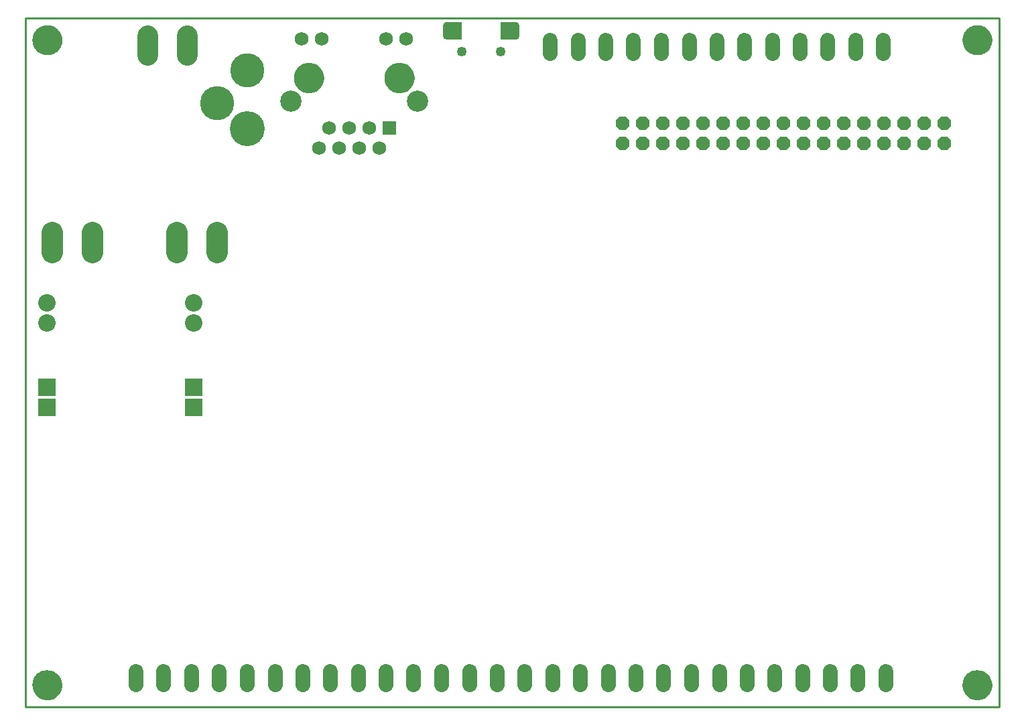
<source format=gbr>
G04 EAGLE Gerber RS-274X export*
G75*
%MOMM*%
%FSLAX34Y34*%
%LPD*%
%INSoldermask Bottom*%
%IPPOS*%
%AMOC8*
5,1,8,0,0,1.08239X$1,22.5*%
G01*
%ADD10C,3.703200*%
%ADD11R,1.727200X1.727200*%
%ADD12C,1.727200*%
%ADD13C,2.679700*%
%ADD14C,3.759200*%
%ADD15C,2.203200*%
%ADD16R,2.203200X2.203200*%
%ADD17C,1.903200*%
%ADD18C,4.419200*%
%ADD19C,4.318000*%
%ADD20C,2.583200*%
%ADD21C,2.743200*%
%ADD22C,1.253200*%
%ADD23P,1.869504X8X202.500000*%
%ADD24C,0.254000*%

G36*
X619097Y843133D02*
X619097Y843133D01*
X619153Y843134D01*
X620101Y843240D01*
X620103Y843241D01*
X620104Y843241D01*
X620267Y843278D01*
X621168Y843593D01*
X621169Y843594D01*
X621170Y843594D01*
X621321Y843667D01*
X622129Y844175D01*
X622130Y844176D01*
X622131Y844176D01*
X622262Y844281D01*
X622937Y844956D01*
X622938Y844957D01*
X622939Y844958D01*
X623043Y845089D01*
X623551Y845897D01*
X623551Y845898D01*
X623552Y845899D01*
X623625Y846050D01*
X623940Y846951D01*
X623940Y846952D01*
X623941Y846953D01*
X623978Y847117D01*
X624084Y848065D01*
X624083Y848094D01*
X624089Y848150D01*
X624089Y860150D01*
X624085Y860179D01*
X624084Y860235D01*
X623978Y861183D01*
X623977Y861185D01*
X623977Y861186D01*
X623940Y861349D01*
X623625Y862250D01*
X623624Y862251D01*
X623624Y862252D01*
X623551Y862403D01*
X623043Y863211D01*
X623042Y863212D01*
X623042Y863213D01*
X622937Y863344D01*
X622262Y864019D01*
X622261Y864020D01*
X622260Y864021D01*
X622129Y864125D01*
X621321Y864633D01*
X621320Y864633D01*
X621319Y864634D01*
X621168Y864707D01*
X620267Y865022D01*
X620266Y865022D01*
X620265Y865023D01*
X620101Y865060D01*
X619153Y865166D01*
X619124Y865165D01*
X619068Y865171D01*
X601058Y865171D01*
X601038Y865168D01*
X601019Y865170D01*
X600917Y865148D01*
X600815Y865132D01*
X600798Y865122D01*
X600778Y865118D01*
X600689Y865065D01*
X600598Y865016D01*
X600584Y865002D01*
X600567Y864992D01*
X600500Y864913D01*
X600429Y864838D01*
X600420Y864820D01*
X600407Y864805D01*
X600368Y864709D01*
X600325Y864615D01*
X600323Y864595D01*
X600315Y864577D01*
X600297Y864410D01*
X600297Y843890D01*
X600300Y843870D01*
X600298Y843851D01*
X600320Y843749D01*
X600337Y843647D01*
X600346Y843630D01*
X600350Y843610D01*
X600403Y843521D01*
X600452Y843430D01*
X600466Y843416D01*
X600476Y843399D01*
X600555Y843332D01*
X600630Y843261D01*
X600648Y843252D01*
X600663Y843239D01*
X600759Y843200D01*
X600853Y843157D01*
X600873Y843155D01*
X600891Y843147D01*
X601058Y843129D01*
X619068Y843129D01*
X619097Y843133D01*
G37*
G36*
X550598Y843132D02*
X550598Y843132D01*
X550617Y843130D01*
X550719Y843152D01*
X550821Y843169D01*
X550838Y843178D01*
X550858Y843182D01*
X550947Y843235D01*
X551038Y843284D01*
X551052Y843298D01*
X551069Y843308D01*
X551136Y843387D01*
X551208Y843462D01*
X551216Y843480D01*
X551229Y843495D01*
X551268Y843591D01*
X551311Y843685D01*
X551313Y843705D01*
X551321Y843723D01*
X551339Y843890D01*
X551339Y864410D01*
X551336Y864430D01*
X551338Y864449D01*
X551316Y864551D01*
X551300Y864653D01*
X551290Y864670D01*
X551286Y864690D01*
X551233Y864779D01*
X551184Y864870D01*
X551170Y864884D01*
X551160Y864901D01*
X551081Y864968D01*
X551006Y865040D01*
X550988Y865048D01*
X550973Y865061D01*
X550877Y865100D01*
X550783Y865143D01*
X550763Y865145D01*
X550745Y865153D01*
X550578Y865171D01*
X532568Y865171D01*
X532539Y865167D01*
X532483Y865166D01*
X531535Y865060D01*
X531533Y865059D01*
X531532Y865059D01*
X531369Y865022D01*
X530468Y864707D01*
X530467Y864706D01*
X530466Y864706D01*
X530315Y864633D01*
X529507Y864125D01*
X529506Y864124D01*
X529505Y864124D01*
X529374Y864019D01*
X528699Y863344D01*
X528698Y863343D01*
X528697Y863342D01*
X528593Y863211D01*
X528085Y862403D01*
X528085Y862402D01*
X528084Y862401D01*
X528011Y862250D01*
X527696Y861349D01*
X527696Y861348D01*
X527695Y861347D01*
X527658Y861183D01*
X527552Y860235D01*
X527553Y860206D01*
X527547Y860150D01*
X527547Y848150D01*
X527551Y848121D01*
X527552Y848065D01*
X527658Y847117D01*
X527659Y847115D01*
X527659Y847114D01*
X527696Y846951D01*
X528011Y846050D01*
X528012Y846049D01*
X528012Y846048D01*
X528085Y845897D01*
X528593Y845089D01*
X528594Y845088D01*
X528594Y845087D01*
X528699Y844956D01*
X529374Y844281D01*
X529375Y844280D01*
X529376Y844279D01*
X529507Y844175D01*
X530315Y843667D01*
X530316Y843667D01*
X530317Y843666D01*
X530468Y843593D01*
X531369Y843278D01*
X531370Y843278D01*
X531371Y843277D01*
X531535Y843240D01*
X532483Y843134D01*
X532512Y843135D01*
X532568Y843129D01*
X550578Y843129D01*
X550598Y843132D01*
G37*
D10*
X1202368Y842518D03*
X27500Y842518D03*
X27432Y27432D03*
X1202368Y27432D03*
D11*
X459486Y731266D03*
D12*
X446786Y705866D03*
X434086Y731266D03*
X421386Y705866D03*
X408686Y731266D03*
X395986Y705866D03*
X383286Y731266D03*
X370586Y705866D03*
D13*
X495046Y765556D03*
X335026Y765556D03*
D12*
X348996Y844296D03*
X374396Y844296D03*
X481076Y844296D03*
X455676Y844296D03*
D14*
X472186Y794766D03*
X357886Y794766D03*
D15*
X26924Y510286D03*
D16*
X26924Y378206D03*
D15*
X212344Y510286D03*
X26924Y484886D03*
X212344Y484886D03*
D16*
X26924Y403606D03*
X212344Y378206D03*
X212344Y403606D03*
D17*
X280598Y44838D02*
X280598Y27838D01*
X315598Y27838D02*
X315598Y44838D01*
X350598Y44838D02*
X350598Y27838D01*
X385598Y27838D02*
X385598Y44838D01*
X420598Y44838D02*
X420598Y27838D01*
X455598Y27838D02*
X455598Y44838D01*
X490598Y44838D02*
X490598Y27838D01*
X525598Y27838D02*
X525598Y44838D01*
X561268Y44838D02*
X561268Y27838D01*
X596268Y27838D02*
X596268Y44838D01*
X631268Y44838D02*
X631268Y27838D01*
X666268Y27838D02*
X666268Y44838D01*
X701268Y44838D02*
X701268Y27838D01*
X736268Y27838D02*
X736268Y44838D01*
X771268Y44838D02*
X771268Y27838D01*
X806268Y27838D02*
X806268Y44838D01*
X841938Y44838D02*
X841938Y27838D01*
X876938Y27838D02*
X876938Y44838D01*
X911938Y44838D02*
X911938Y27838D01*
X946938Y27838D02*
X946938Y44838D01*
X981938Y44838D02*
X981938Y27838D01*
X1016938Y27838D02*
X1016938Y44838D01*
X1051938Y44838D02*
X1051938Y27838D01*
X1086938Y27838D02*
X1086938Y44838D01*
D18*
X280162Y730664D03*
D19*
X279908Y803872D03*
X242546Y762442D03*
D17*
X1083843Y825366D02*
X1083843Y842366D01*
X1048843Y842366D02*
X1048843Y825366D01*
X1013843Y825366D02*
X1013843Y842366D01*
X978843Y842366D02*
X978843Y825366D01*
X943843Y825366D02*
X943843Y842366D01*
X908843Y842366D02*
X908843Y825366D01*
X873843Y825366D02*
X873843Y842366D01*
X838843Y842366D02*
X838843Y825366D01*
X803843Y825366D02*
X803843Y842366D01*
D20*
X154070Y847742D02*
X154070Y823942D01*
X204070Y823942D02*
X204070Y847742D01*
D21*
X242062Y599186D02*
X242062Y573786D01*
X33782Y573786D02*
X33782Y599186D01*
X84582Y599186D02*
X84582Y573786D01*
X191262Y573786D02*
X191262Y599186D01*
D22*
X551568Y827650D03*
X600068Y827650D03*
D17*
X768272Y825366D02*
X768272Y842366D01*
X733272Y842366D02*
X733272Y825366D01*
X698272Y825366D02*
X698272Y842366D01*
X663272Y842366D02*
X663272Y825366D01*
X139778Y44838D02*
X139778Y27838D01*
X174778Y27838D02*
X174778Y44838D01*
X209778Y44838D02*
X209778Y27838D01*
X244778Y27838D02*
X244778Y44838D01*
D23*
X1160780Y737108D03*
X1160780Y711708D03*
X1135380Y737108D03*
X1135380Y711708D03*
X1109980Y737108D03*
X1109980Y711708D03*
X1084580Y737108D03*
X1084580Y711708D03*
X1059180Y737108D03*
X1059180Y711708D03*
X1033780Y737108D03*
X1033780Y711708D03*
X1008380Y737108D03*
X1008380Y711708D03*
X982980Y737108D03*
X982980Y711708D03*
X957580Y737108D03*
X957580Y711708D03*
X932180Y737108D03*
X932180Y711708D03*
X906780Y737108D03*
X906780Y711708D03*
X881380Y737108D03*
X881380Y711708D03*
X855980Y737108D03*
X855980Y711708D03*
X830580Y737108D03*
X830580Y711708D03*
X805180Y737108D03*
X805180Y711708D03*
X779780Y737108D03*
X779780Y711708D03*
X754380Y737108D03*
X754380Y711708D03*
D24*
X0Y0D02*
X1230000Y0D01*
X1230000Y870000D01*
X0Y870000D01*
X0Y0D01*
X608568Y852150D02*
X608581Y851845D01*
X608621Y851542D01*
X608687Y851244D01*
X608779Y850953D01*
X608896Y850671D01*
X609037Y850400D01*
X609201Y850142D01*
X609387Y849900D01*
X609593Y849675D01*
X609818Y849469D01*
X610060Y849283D01*
X610318Y849119D01*
X610589Y848978D01*
X610871Y848861D01*
X611162Y848769D01*
X611460Y848703D01*
X611763Y848663D01*
X612068Y848650D01*
X612373Y848663D01*
X612676Y848703D01*
X612974Y848769D01*
X613265Y848861D01*
X613547Y848978D01*
X613818Y849119D01*
X614076Y849283D01*
X614318Y849469D01*
X614543Y849675D01*
X614749Y849900D01*
X614935Y850142D01*
X615099Y850400D01*
X615240Y850671D01*
X615357Y850953D01*
X615449Y851244D01*
X615515Y851542D01*
X615555Y851845D01*
X615568Y852150D01*
X615568Y856150D01*
X615555Y856455D01*
X615515Y856758D01*
X615449Y857056D01*
X615357Y857347D01*
X615240Y857629D01*
X615099Y857900D01*
X614935Y858158D01*
X614749Y858400D01*
X614543Y858625D01*
X614318Y858831D01*
X614076Y859017D01*
X613818Y859181D01*
X613547Y859322D01*
X613265Y859439D01*
X612974Y859531D01*
X612676Y859597D01*
X612373Y859637D01*
X612068Y859650D01*
X611763Y859637D01*
X611460Y859597D01*
X611162Y859531D01*
X610871Y859439D01*
X610589Y859322D01*
X610318Y859181D01*
X610060Y859017D01*
X609818Y858831D01*
X609593Y858625D01*
X609387Y858400D01*
X609201Y858158D01*
X609037Y857900D01*
X608896Y857629D01*
X608779Y857347D01*
X608687Y857056D01*
X608621Y856758D01*
X608581Y856455D01*
X608568Y856150D01*
X608568Y852150D01*
X536068Y852150D02*
X536081Y851845D01*
X536121Y851542D01*
X536187Y851244D01*
X536279Y850953D01*
X536396Y850671D01*
X536537Y850400D01*
X536701Y850142D01*
X536887Y849900D01*
X537093Y849675D01*
X537318Y849469D01*
X537560Y849283D01*
X537818Y849119D01*
X538089Y848978D01*
X538371Y848861D01*
X538662Y848769D01*
X538960Y848703D01*
X539263Y848663D01*
X539568Y848650D01*
X539873Y848663D01*
X540176Y848703D01*
X540474Y848769D01*
X540765Y848861D01*
X541047Y848978D01*
X541318Y849119D01*
X541576Y849283D01*
X541818Y849469D01*
X542043Y849675D01*
X542249Y849900D01*
X542435Y850142D01*
X542599Y850400D01*
X542740Y850671D01*
X542857Y850953D01*
X542949Y851244D01*
X543015Y851542D01*
X543055Y851845D01*
X543068Y852150D01*
X543068Y856150D01*
X543055Y856455D01*
X543015Y856758D01*
X542949Y857056D01*
X542857Y857347D01*
X542740Y857629D01*
X542599Y857900D01*
X542435Y858158D01*
X542249Y858400D01*
X542043Y858625D01*
X541818Y858831D01*
X541576Y859017D01*
X541318Y859181D01*
X541047Y859322D01*
X540765Y859439D01*
X540474Y859531D01*
X540176Y859597D01*
X539873Y859637D01*
X539568Y859650D01*
X539263Y859637D01*
X538960Y859597D01*
X538662Y859531D01*
X538371Y859439D01*
X538089Y859322D01*
X537818Y859181D01*
X537560Y859017D01*
X537318Y858831D01*
X537093Y858625D01*
X536887Y858400D01*
X536701Y858158D01*
X536537Y857900D01*
X536396Y857629D01*
X536279Y857347D01*
X536187Y857056D01*
X536121Y856758D01*
X536081Y856455D01*
X536068Y856150D01*
X536068Y852150D01*
X1219868Y841945D02*
X1219793Y840802D01*
X1219644Y839666D01*
X1219420Y838542D01*
X1219123Y837435D01*
X1218755Y836350D01*
X1218317Y835292D01*
X1217810Y834264D01*
X1217237Y833272D01*
X1216600Y832319D01*
X1215903Y831410D01*
X1215147Y830549D01*
X1214337Y829739D01*
X1213476Y828983D01*
X1212567Y828286D01*
X1211614Y827649D01*
X1210622Y827076D01*
X1209594Y826569D01*
X1208536Y826131D01*
X1207451Y825763D01*
X1206344Y825466D01*
X1205220Y825243D01*
X1204084Y825093D01*
X1202941Y825018D01*
X1201795Y825018D01*
X1200652Y825093D01*
X1199516Y825243D01*
X1198392Y825466D01*
X1197285Y825763D01*
X1196200Y826131D01*
X1195142Y826569D01*
X1194114Y827076D01*
X1193122Y827649D01*
X1192169Y828286D01*
X1191260Y828983D01*
X1190399Y829739D01*
X1189589Y830549D01*
X1188833Y831410D01*
X1188136Y832319D01*
X1187499Y833272D01*
X1186926Y834264D01*
X1186419Y835292D01*
X1185981Y836350D01*
X1185613Y837435D01*
X1185316Y838542D01*
X1185093Y839666D01*
X1184943Y840802D01*
X1184868Y841945D01*
X1184868Y843091D01*
X1184943Y844234D01*
X1185093Y845370D01*
X1185316Y846494D01*
X1185613Y847601D01*
X1185981Y848686D01*
X1186419Y849744D01*
X1186926Y850772D01*
X1187499Y851764D01*
X1188136Y852717D01*
X1188833Y853626D01*
X1189589Y854487D01*
X1190399Y855297D01*
X1191260Y856053D01*
X1192169Y856750D01*
X1193122Y857387D01*
X1194114Y857960D01*
X1195142Y858467D01*
X1196200Y858905D01*
X1197285Y859273D01*
X1198392Y859570D01*
X1199516Y859794D01*
X1200652Y859943D01*
X1201795Y860018D01*
X1202941Y860018D01*
X1204084Y859943D01*
X1205220Y859794D01*
X1206344Y859570D01*
X1207451Y859273D01*
X1208536Y858905D01*
X1209594Y858467D01*
X1210622Y857960D01*
X1211614Y857387D01*
X1212567Y856750D01*
X1213476Y856053D01*
X1214337Y855297D01*
X1215147Y854487D01*
X1215903Y853626D01*
X1216600Y852717D01*
X1217237Y851764D01*
X1217810Y850772D01*
X1218317Y849744D01*
X1218755Y848686D01*
X1219123Y847601D01*
X1219420Y846494D01*
X1219644Y845370D01*
X1219793Y844234D01*
X1219868Y843091D01*
X1219868Y841945D01*
X45000Y841945D02*
X44925Y840802D01*
X44776Y839666D01*
X44552Y838542D01*
X44255Y837435D01*
X43887Y836350D01*
X43449Y835292D01*
X42942Y834264D01*
X42369Y833272D01*
X41732Y832319D01*
X41035Y831410D01*
X40279Y830549D01*
X39469Y829739D01*
X38608Y828983D01*
X37699Y828286D01*
X36746Y827649D01*
X35754Y827076D01*
X34726Y826569D01*
X33668Y826131D01*
X32583Y825763D01*
X31476Y825466D01*
X30352Y825243D01*
X29216Y825093D01*
X28073Y825018D01*
X26927Y825018D01*
X25784Y825093D01*
X24648Y825243D01*
X23524Y825466D01*
X22417Y825763D01*
X21332Y826131D01*
X20274Y826569D01*
X19246Y827076D01*
X18254Y827649D01*
X17301Y828286D01*
X16392Y828983D01*
X15531Y829739D01*
X14721Y830549D01*
X13965Y831410D01*
X13268Y832319D01*
X12631Y833272D01*
X12058Y834264D01*
X11551Y835292D01*
X11113Y836350D01*
X10745Y837435D01*
X10448Y838542D01*
X10225Y839666D01*
X10075Y840802D01*
X10000Y841945D01*
X10000Y843091D01*
X10075Y844234D01*
X10225Y845370D01*
X10448Y846494D01*
X10745Y847601D01*
X11113Y848686D01*
X11551Y849744D01*
X12058Y850772D01*
X12631Y851764D01*
X13268Y852717D01*
X13965Y853626D01*
X14721Y854487D01*
X15531Y855297D01*
X16392Y856053D01*
X17301Y856750D01*
X18254Y857387D01*
X19246Y857960D01*
X20274Y858467D01*
X21332Y858905D01*
X22417Y859273D01*
X23524Y859570D01*
X24648Y859794D01*
X25784Y859943D01*
X26927Y860018D01*
X28073Y860018D01*
X29216Y859943D01*
X30352Y859794D01*
X31476Y859570D01*
X32583Y859273D01*
X33668Y858905D01*
X34726Y858467D01*
X35754Y857960D01*
X36746Y857387D01*
X37699Y856750D01*
X38608Y856053D01*
X39469Y855297D01*
X40279Y854487D01*
X41035Y853626D01*
X41732Y852717D01*
X42369Y851764D01*
X42942Y850772D01*
X43449Y849744D01*
X43887Y848686D01*
X44255Y847601D01*
X44552Y846494D01*
X44776Y845370D01*
X44925Y844234D01*
X45000Y843091D01*
X45000Y841945D01*
X44932Y26859D02*
X44857Y25716D01*
X44708Y24580D01*
X44484Y23456D01*
X44187Y22349D01*
X43819Y21264D01*
X43381Y20206D01*
X42874Y19178D01*
X42301Y18186D01*
X41664Y17233D01*
X40967Y16324D01*
X40211Y15463D01*
X39401Y14653D01*
X38540Y13897D01*
X37631Y13200D01*
X36678Y12563D01*
X35686Y11990D01*
X34658Y11483D01*
X33600Y11045D01*
X32515Y10677D01*
X31408Y10380D01*
X30284Y10157D01*
X29148Y10007D01*
X28005Y9932D01*
X26859Y9932D01*
X25716Y10007D01*
X24580Y10157D01*
X23456Y10380D01*
X22349Y10677D01*
X21264Y11045D01*
X20206Y11483D01*
X19178Y11990D01*
X18186Y12563D01*
X17233Y13200D01*
X16324Y13897D01*
X15463Y14653D01*
X14653Y15463D01*
X13897Y16324D01*
X13200Y17233D01*
X12563Y18186D01*
X11990Y19178D01*
X11483Y20206D01*
X11045Y21264D01*
X10677Y22349D01*
X10380Y23456D01*
X10157Y24580D01*
X10007Y25716D01*
X9932Y26859D01*
X9932Y28005D01*
X10007Y29148D01*
X10157Y30284D01*
X10380Y31408D01*
X10677Y32515D01*
X11045Y33600D01*
X11483Y34658D01*
X11990Y35686D01*
X12563Y36678D01*
X13200Y37631D01*
X13897Y38540D01*
X14653Y39401D01*
X15463Y40211D01*
X16324Y40967D01*
X17233Y41664D01*
X18186Y42301D01*
X19178Y42874D01*
X20206Y43381D01*
X21264Y43819D01*
X22349Y44187D01*
X23456Y44484D01*
X24580Y44708D01*
X25716Y44857D01*
X26859Y44932D01*
X28005Y44932D01*
X29148Y44857D01*
X30284Y44708D01*
X31408Y44484D01*
X32515Y44187D01*
X33600Y43819D01*
X34658Y43381D01*
X35686Y42874D01*
X36678Y42301D01*
X37631Y41664D01*
X38540Y40967D01*
X39401Y40211D01*
X40211Y39401D01*
X40967Y38540D01*
X41664Y37631D01*
X42301Y36678D01*
X42874Y35686D01*
X43381Y34658D01*
X43819Y33600D01*
X44187Y32515D01*
X44484Y31408D01*
X44708Y30284D01*
X44857Y29148D01*
X44932Y28005D01*
X44932Y26859D01*
X1219868Y26859D02*
X1219793Y25716D01*
X1219644Y24580D01*
X1219420Y23456D01*
X1219123Y22349D01*
X1218755Y21264D01*
X1218317Y20206D01*
X1217810Y19178D01*
X1217237Y18186D01*
X1216600Y17233D01*
X1215903Y16324D01*
X1215147Y15463D01*
X1214337Y14653D01*
X1213476Y13897D01*
X1212567Y13200D01*
X1211614Y12563D01*
X1210622Y11990D01*
X1209594Y11483D01*
X1208536Y11045D01*
X1207451Y10677D01*
X1206344Y10380D01*
X1205220Y10157D01*
X1204084Y10007D01*
X1202941Y9932D01*
X1201795Y9932D01*
X1200652Y10007D01*
X1199516Y10157D01*
X1198392Y10380D01*
X1197285Y10677D01*
X1196200Y11045D01*
X1195142Y11483D01*
X1194114Y11990D01*
X1193122Y12563D01*
X1192169Y13200D01*
X1191260Y13897D01*
X1190399Y14653D01*
X1189589Y15463D01*
X1188833Y16324D01*
X1188136Y17233D01*
X1187499Y18186D01*
X1186926Y19178D01*
X1186419Y20206D01*
X1185981Y21264D01*
X1185613Y22349D01*
X1185316Y23456D01*
X1185093Y24580D01*
X1184943Y25716D01*
X1184868Y26859D01*
X1184868Y28005D01*
X1184943Y29148D01*
X1185093Y30284D01*
X1185316Y31408D01*
X1185613Y32515D01*
X1185981Y33600D01*
X1186419Y34658D01*
X1186926Y35686D01*
X1187499Y36678D01*
X1188136Y37631D01*
X1188833Y38540D01*
X1189589Y39401D01*
X1190399Y40211D01*
X1191260Y40967D01*
X1192169Y41664D01*
X1193122Y42301D01*
X1194114Y42874D01*
X1195142Y43381D01*
X1196200Y43819D01*
X1197285Y44187D01*
X1198392Y44484D01*
X1199516Y44708D01*
X1200652Y44857D01*
X1201795Y44932D01*
X1202941Y44932D01*
X1204084Y44857D01*
X1205220Y44708D01*
X1206344Y44484D01*
X1207451Y44187D01*
X1208536Y43819D01*
X1209594Y43381D01*
X1210622Y42874D01*
X1211614Y42301D01*
X1212567Y41664D01*
X1213476Y40967D01*
X1214337Y40211D01*
X1215147Y39401D01*
X1215903Y38540D01*
X1216600Y37631D01*
X1217237Y36678D01*
X1217810Y35686D01*
X1218317Y34658D01*
X1218755Y33600D01*
X1219123Y32515D01*
X1219420Y31408D01*
X1219644Y30284D01*
X1219793Y29148D01*
X1219868Y28005D01*
X1219868Y26859D01*
X472768Y812546D02*
X473930Y812470D01*
X475084Y812318D01*
X476226Y812091D01*
X477350Y811790D01*
X478452Y811415D01*
X479528Y810970D01*
X480572Y810455D01*
X481580Y809873D01*
X482548Y809226D01*
X483472Y808518D01*
X484347Y807750D01*
X485170Y806927D01*
X485938Y806052D01*
X486646Y805128D01*
X487293Y804160D01*
X487875Y803152D01*
X488390Y802108D01*
X488835Y801032D01*
X489210Y799930D01*
X489511Y798806D01*
X489738Y797664D01*
X489890Y796510D01*
X489966Y795348D01*
X489966Y794184D01*
X489890Y793022D01*
X489738Y791868D01*
X489511Y790726D01*
X489210Y789602D01*
X488835Y788500D01*
X488390Y787424D01*
X487875Y786380D01*
X487293Y785372D01*
X486646Y784404D01*
X485938Y783480D01*
X485170Y782605D01*
X484347Y781782D01*
X483472Y781015D01*
X482548Y780306D01*
X481580Y779659D01*
X480572Y779077D01*
X479528Y778562D01*
X478452Y778117D01*
X477350Y777743D01*
X476226Y777441D01*
X475084Y777214D01*
X473930Y777062D01*
X472768Y776986D01*
X471604Y776986D01*
X470442Y777062D01*
X469288Y777214D01*
X468146Y777441D01*
X467022Y777743D01*
X465920Y778117D01*
X464844Y778562D01*
X463800Y779077D01*
X462792Y779659D01*
X461824Y780306D01*
X460900Y781015D01*
X460025Y781782D01*
X459202Y782605D01*
X458435Y783480D01*
X457726Y784404D01*
X457079Y785372D01*
X456497Y786380D01*
X455982Y787424D01*
X455537Y788500D01*
X455163Y789602D01*
X454861Y790726D01*
X454634Y791868D01*
X454482Y793022D01*
X454406Y794184D01*
X454406Y795348D01*
X454482Y796510D01*
X454634Y797664D01*
X454861Y798806D01*
X455163Y799930D01*
X455537Y801032D01*
X455982Y802108D01*
X456497Y803152D01*
X457079Y804160D01*
X457726Y805128D01*
X458435Y806052D01*
X459202Y806927D01*
X460025Y807750D01*
X460900Y808518D01*
X461824Y809226D01*
X462792Y809873D01*
X463800Y810455D01*
X464844Y810970D01*
X465920Y811415D01*
X467022Y811790D01*
X468146Y812091D01*
X469288Y812318D01*
X470442Y812470D01*
X471604Y812546D01*
X472768Y812546D01*
X358468Y812546D02*
X359630Y812470D01*
X360784Y812318D01*
X361926Y812091D01*
X363050Y811790D01*
X364152Y811415D01*
X365228Y810970D01*
X366272Y810455D01*
X367280Y809873D01*
X368248Y809226D01*
X369172Y808518D01*
X370047Y807750D01*
X370870Y806927D01*
X371638Y806052D01*
X372346Y805128D01*
X372993Y804160D01*
X373575Y803152D01*
X374090Y802108D01*
X374535Y801032D01*
X374910Y799930D01*
X375211Y798806D01*
X375438Y797664D01*
X375590Y796510D01*
X375666Y795348D01*
X375666Y794184D01*
X375590Y793022D01*
X375438Y791868D01*
X375211Y790726D01*
X374910Y789602D01*
X374535Y788500D01*
X374090Y787424D01*
X373575Y786380D01*
X372993Y785372D01*
X372346Y784404D01*
X371638Y783480D01*
X370870Y782605D01*
X370047Y781782D01*
X369172Y781015D01*
X368248Y780306D01*
X367280Y779659D01*
X366272Y779077D01*
X365228Y778562D01*
X364152Y778117D01*
X363050Y777743D01*
X361926Y777441D01*
X360784Y777214D01*
X359630Y777062D01*
X358468Y776986D01*
X357304Y776986D01*
X356142Y777062D01*
X354988Y777214D01*
X353846Y777441D01*
X352722Y777743D01*
X351620Y778117D01*
X350544Y778562D01*
X349500Y779077D01*
X348492Y779659D01*
X347524Y780306D01*
X346600Y781015D01*
X345725Y781782D01*
X344902Y782605D01*
X344135Y783480D01*
X343426Y784404D01*
X342779Y785372D01*
X342197Y786380D01*
X341682Y787424D01*
X341237Y788500D01*
X340863Y789602D01*
X340561Y790726D01*
X340334Y791868D01*
X340182Y793022D01*
X340106Y794184D01*
X340106Y795348D01*
X340182Y796510D01*
X340334Y797664D01*
X340561Y798806D01*
X340863Y799930D01*
X341237Y801032D01*
X341682Y802108D01*
X342197Y803152D01*
X342779Y804160D01*
X343426Y805128D01*
X344135Y806052D01*
X344902Y806927D01*
X345725Y807750D01*
X346600Y808518D01*
X347524Y809226D01*
X348492Y809873D01*
X349500Y810455D01*
X350544Y810970D01*
X351620Y811415D01*
X352722Y811790D01*
X353846Y812091D01*
X354988Y812318D01*
X356142Y812470D01*
X357304Y812546D01*
X358468Y812546D01*
M02*

</source>
